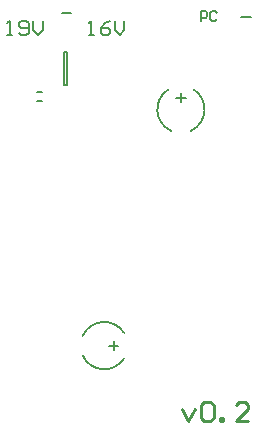
<source format=gto>
G04 Layer_Color=65535*
%FSLAX24Y24*%
%MOIN*%
G70*
G01*
G75*
%ADD31C,0.0079*%
%ADD32C,0.0098*%
D31*
X9286Y4124D02*
G03*
X7906Y4028I-664J-423D01*
G01*
Y3373D02*
G03*
X9286Y3278I716J327D01*
G01*
X10758Y12239D02*
G03*
X10854Y10859I423J-664D01*
G01*
X11509D02*
G03*
X11604Y12239I-327J716D01*
G01*
X7270Y12372D02*
X7368D01*
X7270D02*
Y13494D01*
X7368D01*
Y12372D02*
Y13494D01*
X6378Y11870D02*
X6535D01*
X6378Y12146D02*
X6535D01*
X5394Y14055D02*
X5551D01*
X5472D01*
Y14527D01*
X5394Y14449D01*
X5787Y14134D02*
X5866Y14055D01*
X6023D01*
X6102Y14134D01*
Y14449D01*
X6023Y14527D01*
X5866D01*
X5787Y14449D01*
Y14370D01*
X5866Y14291D01*
X6102D01*
X6260Y14527D02*
Y14213D01*
X6417Y14055D01*
X6574Y14213D01*
Y14527D01*
X8110Y14055D02*
X8268D01*
X8189D01*
Y14527D01*
X8110Y14449D01*
X8819Y14527D02*
X8661Y14449D01*
X8504Y14291D01*
Y14134D01*
X8583Y14055D01*
X8740D01*
X8819Y14134D01*
Y14213D01*
X8740Y14291D01*
X8504D01*
X8976Y14527D02*
Y14213D01*
X9134Y14055D01*
X9291Y14213D01*
Y14527D01*
X11850Y14528D02*
Y14842D01*
X12008D01*
X12060Y14790D01*
Y14685D01*
X12008Y14633D01*
X11850D01*
X12375Y14790D02*
X12323Y14842D01*
X12218D01*
X12165Y14790D01*
Y14580D01*
X12218Y14528D01*
X12323D01*
X12375Y14580D01*
X11024Y11968D02*
X11338D01*
X11181Y12126D02*
Y11811D01*
X8780Y3701D02*
X9094D01*
X8937Y3858D02*
Y3543D01*
X7205Y14803D02*
X7520D01*
X13189Y14646D02*
X13504D01*
D32*
X11220Y1601D02*
X11430Y1181D01*
X11640Y1601D01*
X11850Y1706D02*
X11955Y1811D01*
X12165D01*
X12270Y1706D01*
Y1286D01*
X12165Y1181D01*
X11955D01*
X11850Y1286D01*
Y1706D01*
X12480Y1181D02*
Y1286D01*
X12585D01*
Y1181D01*
X12480D01*
X13424D02*
X13005D01*
X13424Y1601D01*
Y1706D01*
X13320Y1811D01*
X13110D01*
X13005Y1706D01*
M02*

</source>
